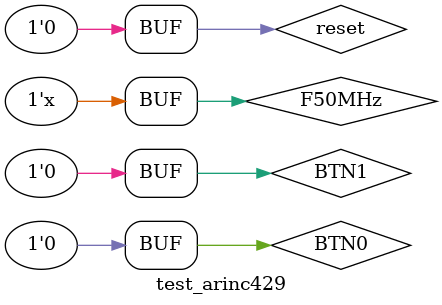
<source format=v>
`timescale 1ns / 1ps


module test_arinc429;

	// Inputs
	reg F50MHz;
	reg BTN0;
	reg BTN1;
	reg reset;
	// Outputs

	// Instantiate the Unit Under Test (UUT)
	ARINC_429 uut (
		.F50MHz(F50MHz), 
		.BTN0(BTN0), 
		.BTN1(BTN1),
		.reset(reset)
	);

	initial begin
		// Initialize Inputs
		F50MHz = 0;
		BTN0 = 0;
		BTN1 = 0;
		reset = 0;
		// Wait 100 ns for global reset to finish
		#100;
      
		reset = 1;
		#20;
		reset = 0;
		#20;
		
		BTN0 = 1;
		#20;
		BTN0 = 0;
		
		// Add stimulus here

	end
	
	always begin
		F50MHz = !F50MHz;
		#10;
	end
      
endmodule


</source>
